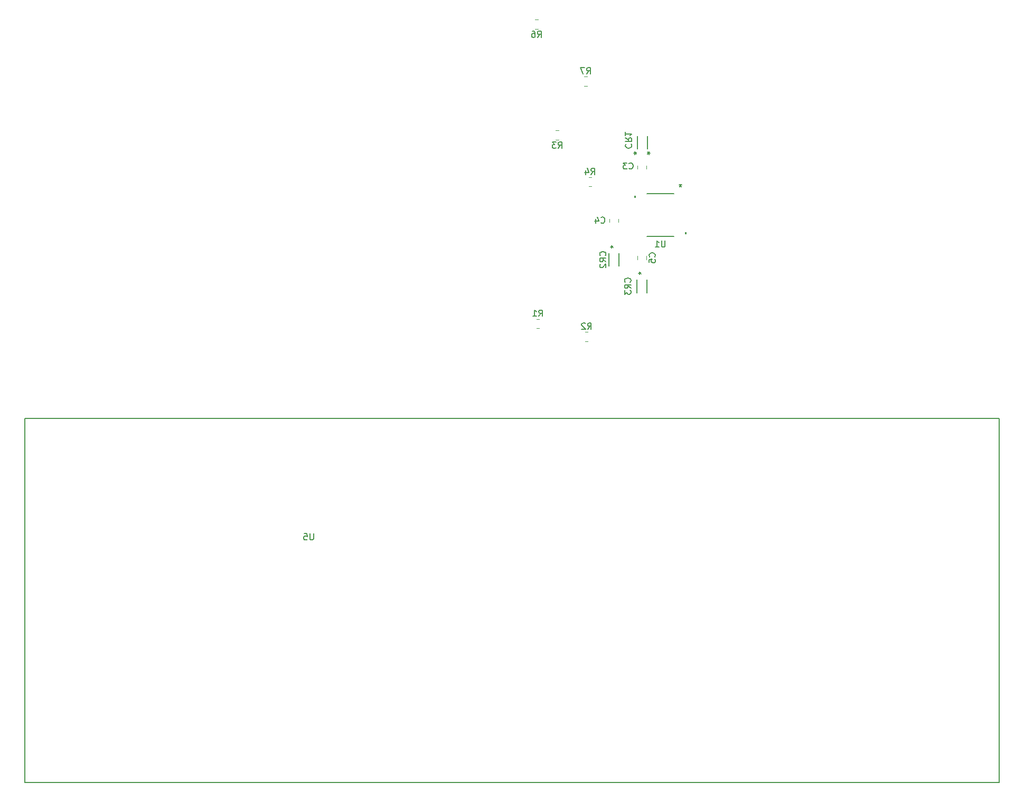
<source format=gbr>
%TF.GenerationSoftware,KiCad,Pcbnew,9.0.0*%
%TF.CreationDate,2025-05-26T21:52:58-04:00*%
%TF.ProjectId,Custom Inverter PCB,43757374-6f6d-4204-996e-766572746572,2*%
%TF.SameCoordinates,Original*%
%TF.FileFunction,Legend,Bot*%
%TF.FilePolarity,Positive*%
%FSLAX46Y46*%
G04 Gerber Fmt 4.6, Leading zero omitted, Abs format (unit mm)*
G04 Created by KiCad (PCBNEW 9.0.0) date 2025-05-26 21:52:58*
%MOMM*%
%LPD*%
G01*
G04 APERTURE LIST*
%ADD10C,0.150000*%
%ADD11C,0.120000*%
%ADD12C,0.152400*%
%ADD13C,0.127000*%
%ADD14C,0.000000*%
G04 APERTURE END LIST*
D10*
X119287166Y-35616819D02*
X119620499Y-35140628D01*
X119858594Y-35616819D02*
X119858594Y-34616819D01*
X119858594Y-34616819D02*
X119477642Y-34616819D01*
X119477642Y-34616819D02*
X119382404Y-34664438D01*
X119382404Y-34664438D02*
X119334785Y-34712057D01*
X119334785Y-34712057D02*
X119287166Y-34807295D01*
X119287166Y-34807295D02*
X119287166Y-34950152D01*
X119287166Y-34950152D02*
X119334785Y-35045390D01*
X119334785Y-35045390D02*
X119382404Y-35093009D01*
X119382404Y-35093009D02*
X119477642Y-35140628D01*
X119477642Y-35140628D02*
X119858594Y-35140628D01*
X118430023Y-34616819D02*
X118620499Y-34616819D01*
X118620499Y-34616819D02*
X118715737Y-34664438D01*
X118715737Y-34664438D02*
X118763356Y-34712057D01*
X118763356Y-34712057D02*
X118858594Y-34854914D01*
X118858594Y-34854914D02*
X118906213Y-35045390D01*
X118906213Y-35045390D02*
X118906213Y-35426342D01*
X118906213Y-35426342D02*
X118858594Y-35521580D01*
X118858594Y-35521580D02*
X118810975Y-35569200D01*
X118810975Y-35569200D02*
X118715737Y-35616819D01*
X118715737Y-35616819D02*
X118525261Y-35616819D01*
X118525261Y-35616819D02*
X118430023Y-35569200D01*
X118430023Y-35569200D02*
X118382404Y-35521580D01*
X118382404Y-35521580D02*
X118334785Y-35426342D01*
X118334785Y-35426342D02*
X118334785Y-35188247D01*
X118334785Y-35188247D02*
X118382404Y-35093009D01*
X118382404Y-35093009D02*
X118430023Y-35045390D01*
X118430023Y-35045390D02*
X118525261Y-34997771D01*
X118525261Y-34997771D02*
X118715737Y-34997771D01*
X118715737Y-34997771D02*
X118810975Y-35045390D01*
X118810975Y-35045390D02*
X118858594Y-35093009D01*
X118858594Y-35093009D02*
X118906213Y-35188247D01*
X130159580Y-70641333D02*
X130207200Y-70593714D01*
X130207200Y-70593714D02*
X130254819Y-70450857D01*
X130254819Y-70450857D02*
X130254819Y-70355619D01*
X130254819Y-70355619D02*
X130207200Y-70212762D01*
X130207200Y-70212762D02*
X130111961Y-70117524D01*
X130111961Y-70117524D02*
X130016723Y-70069905D01*
X130016723Y-70069905D02*
X129826247Y-70022286D01*
X129826247Y-70022286D02*
X129683390Y-70022286D01*
X129683390Y-70022286D02*
X129492914Y-70069905D01*
X129492914Y-70069905D02*
X129397676Y-70117524D01*
X129397676Y-70117524D02*
X129302438Y-70212762D01*
X129302438Y-70212762D02*
X129254819Y-70355619D01*
X129254819Y-70355619D02*
X129254819Y-70450857D01*
X129254819Y-70450857D02*
X129302438Y-70593714D01*
X129302438Y-70593714D02*
X129350057Y-70641333D01*
X130254819Y-71641333D02*
X129778628Y-71308000D01*
X130254819Y-71069905D02*
X129254819Y-71069905D01*
X129254819Y-71069905D02*
X129254819Y-71450857D01*
X129254819Y-71450857D02*
X129302438Y-71546095D01*
X129302438Y-71546095D02*
X129350057Y-71593714D01*
X129350057Y-71593714D02*
X129445295Y-71641333D01*
X129445295Y-71641333D02*
X129588152Y-71641333D01*
X129588152Y-71641333D02*
X129683390Y-71593714D01*
X129683390Y-71593714D02*
X129731009Y-71546095D01*
X129731009Y-71546095D02*
X129778628Y-71450857D01*
X129778628Y-71450857D02*
X129778628Y-71069905D01*
X129350057Y-72022286D02*
X129302438Y-72069905D01*
X129302438Y-72069905D02*
X129254819Y-72165143D01*
X129254819Y-72165143D02*
X129254819Y-72403238D01*
X129254819Y-72403238D02*
X129302438Y-72498476D01*
X129302438Y-72498476D02*
X129350057Y-72546095D01*
X129350057Y-72546095D02*
X129445295Y-72593714D01*
X129445295Y-72593714D02*
X129540533Y-72593714D01*
X129540533Y-72593714D02*
X129683390Y-72546095D01*
X129683390Y-72546095D02*
X130254819Y-71974667D01*
X130254819Y-71974667D02*
X130254819Y-72593714D01*
X130984819Y-69217200D02*
X131222914Y-69217200D01*
X131127676Y-68979105D02*
X131222914Y-69217200D01*
X131222914Y-69217200D02*
X131127676Y-69455295D01*
X131413390Y-69074343D02*
X131222914Y-69217200D01*
X131222914Y-69217200D02*
X131413390Y-69360057D01*
X130984819Y-69217200D02*
X131222914Y-69217200D01*
X131127676Y-68979105D02*
X131222914Y-69217200D01*
X131222914Y-69217200D02*
X131127676Y-69455295D01*
X131413390Y-69074343D02*
X131222914Y-69217200D01*
X131222914Y-69217200D02*
X131413390Y-69360057D01*
X138069580Y-70826333D02*
X138117200Y-70778714D01*
X138117200Y-70778714D02*
X138164819Y-70635857D01*
X138164819Y-70635857D02*
X138164819Y-70540619D01*
X138164819Y-70540619D02*
X138117200Y-70397762D01*
X138117200Y-70397762D02*
X138021961Y-70302524D01*
X138021961Y-70302524D02*
X137926723Y-70254905D01*
X137926723Y-70254905D02*
X137736247Y-70207286D01*
X137736247Y-70207286D02*
X137593390Y-70207286D01*
X137593390Y-70207286D02*
X137402914Y-70254905D01*
X137402914Y-70254905D02*
X137307676Y-70302524D01*
X137307676Y-70302524D02*
X137212438Y-70397762D01*
X137212438Y-70397762D02*
X137164819Y-70540619D01*
X137164819Y-70540619D02*
X137164819Y-70635857D01*
X137164819Y-70635857D02*
X137212438Y-70778714D01*
X137212438Y-70778714D02*
X137260057Y-70826333D01*
X137164819Y-71731095D02*
X137164819Y-71254905D01*
X137164819Y-71254905D02*
X137641009Y-71207286D01*
X137641009Y-71207286D02*
X137593390Y-71254905D01*
X137593390Y-71254905D02*
X137545771Y-71350143D01*
X137545771Y-71350143D02*
X137545771Y-71588238D01*
X137545771Y-71588238D02*
X137593390Y-71683476D01*
X137593390Y-71683476D02*
X137641009Y-71731095D01*
X137641009Y-71731095D02*
X137736247Y-71778714D01*
X137736247Y-71778714D02*
X137974342Y-71778714D01*
X137974342Y-71778714D02*
X138069580Y-71731095D01*
X138069580Y-71731095D02*
X138117200Y-71683476D01*
X138117200Y-71683476D02*
X138164819Y-71588238D01*
X138164819Y-71588238D02*
X138164819Y-71350143D01*
X138164819Y-71350143D02*
X138117200Y-71254905D01*
X138117200Y-71254905D02*
X138069580Y-71207286D01*
X133966666Y-56667580D02*
X134014285Y-56715200D01*
X134014285Y-56715200D02*
X134157142Y-56762819D01*
X134157142Y-56762819D02*
X134252380Y-56762819D01*
X134252380Y-56762819D02*
X134395237Y-56715200D01*
X134395237Y-56715200D02*
X134490475Y-56619961D01*
X134490475Y-56619961D02*
X134538094Y-56524723D01*
X134538094Y-56524723D02*
X134585713Y-56334247D01*
X134585713Y-56334247D02*
X134585713Y-56191390D01*
X134585713Y-56191390D02*
X134538094Y-56000914D01*
X134538094Y-56000914D02*
X134490475Y-55905676D01*
X134490475Y-55905676D02*
X134395237Y-55810438D01*
X134395237Y-55810438D02*
X134252380Y-55762819D01*
X134252380Y-55762819D02*
X134157142Y-55762819D01*
X134157142Y-55762819D02*
X134014285Y-55810438D01*
X134014285Y-55810438D02*
X133966666Y-55858057D01*
X133633332Y-55762819D02*
X133014285Y-55762819D01*
X133014285Y-55762819D02*
X133347618Y-56143771D01*
X133347618Y-56143771D02*
X133204761Y-56143771D01*
X133204761Y-56143771D02*
X133109523Y-56191390D01*
X133109523Y-56191390D02*
X133061904Y-56239009D01*
X133061904Y-56239009D02*
X133014285Y-56334247D01*
X133014285Y-56334247D02*
X133014285Y-56572342D01*
X133014285Y-56572342D02*
X133061904Y-56667580D01*
X133061904Y-56667580D02*
X133109523Y-56715200D01*
X133109523Y-56715200D02*
X133204761Y-56762819D01*
X133204761Y-56762819D02*
X133490475Y-56762819D01*
X133490475Y-56762819D02*
X133585713Y-56715200D01*
X133585713Y-56715200D02*
X133633332Y-56667580D01*
X119497766Y-80373419D02*
X119831099Y-79897228D01*
X120069194Y-80373419D02*
X120069194Y-79373419D01*
X120069194Y-79373419D02*
X119688242Y-79373419D01*
X119688242Y-79373419D02*
X119593004Y-79421038D01*
X119593004Y-79421038D02*
X119545385Y-79468657D01*
X119545385Y-79468657D02*
X119497766Y-79563895D01*
X119497766Y-79563895D02*
X119497766Y-79706752D01*
X119497766Y-79706752D02*
X119545385Y-79801990D01*
X119545385Y-79801990D02*
X119593004Y-79849609D01*
X119593004Y-79849609D02*
X119688242Y-79897228D01*
X119688242Y-79897228D02*
X120069194Y-79897228D01*
X118545385Y-80373419D02*
X119116813Y-80373419D01*
X118831099Y-80373419D02*
X118831099Y-79373419D01*
X118831099Y-79373419D02*
X118926337Y-79516276D01*
X118926337Y-79516276D02*
X119021575Y-79611514D01*
X119021575Y-79611514D02*
X119116813Y-79659133D01*
X83365904Y-115258819D02*
X83365904Y-116068342D01*
X83365904Y-116068342D02*
X83318285Y-116163580D01*
X83318285Y-116163580D02*
X83270666Y-116211200D01*
X83270666Y-116211200D02*
X83175428Y-116258819D01*
X83175428Y-116258819D02*
X82984952Y-116258819D01*
X82984952Y-116258819D02*
X82889714Y-116211200D01*
X82889714Y-116211200D02*
X82842095Y-116163580D01*
X82842095Y-116163580D02*
X82794476Y-116068342D01*
X82794476Y-116068342D02*
X82794476Y-115258819D01*
X81842095Y-115258819D02*
X82318285Y-115258819D01*
X82318285Y-115258819D02*
X82365904Y-115735009D01*
X82365904Y-115735009D02*
X82318285Y-115687390D01*
X82318285Y-115687390D02*
X82223047Y-115639771D01*
X82223047Y-115639771D02*
X81984952Y-115639771D01*
X81984952Y-115639771D02*
X81889714Y-115687390D01*
X81889714Y-115687390D02*
X81842095Y-115735009D01*
X81842095Y-115735009D02*
X81794476Y-115830247D01*
X81794476Y-115830247D02*
X81794476Y-116068342D01*
X81794476Y-116068342D02*
X81842095Y-116163580D01*
X81842095Y-116163580D02*
X81889714Y-116211200D01*
X81889714Y-116211200D02*
X81984952Y-116258819D01*
X81984952Y-116258819D02*
X82223047Y-116258819D01*
X82223047Y-116258819D02*
X82318285Y-116211200D01*
X82318285Y-116211200D02*
X82365904Y-116163580D01*
X139744654Y-68262819D02*
X139744654Y-69072342D01*
X139744654Y-69072342D02*
X139697035Y-69167580D01*
X139697035Y-69167580D02*
X139649416Y-69215200D01*
X139649416Y-69215200D02*
X139554178Y-69262819D01*
X139554178Y-69262819D02*
X139363702Y-69262819D01*
X139363702Y-69262819D02*
X139268464Y-69215200D01*
X139268464Y-69215200D02*
X139220845Y-69167580D01*
X139220845Y-69167580D02*
X139173226Y-69072342D01*
X139173226Y-69072342D02*
X139173226Y-68262819D01*
X138173226Y-69262819D02*
X138744654Y-69262819D01*
X138458940Y-69262819D02*
X138458940Y-68262819D01*
X138458940Y-68262819D02*
X138554178Y-68405676D01*
X138554178Y-68405676D02*
X138649416Y-68500914D01*
X138649416Y-68500914D02*
X138744654Y-68548533D01*
X142189499Y-59149289D02*
X142189499Y-59387384D01*
X142427594Y-59292146D02*
X142189499Y-59387384D01*
X142189499Y-59387384D02*
X141951404Y-59292146D01*
X142332356Y-59577860D02*
X142189499Y-59387384D01*
X142189499Y-59387384D02*
X142046642Y-59577860D01*
X142189499Y-59149289D02*
X142189499Y-59387384D01*
X142427594Y-59292146D02*
X142189499Y-59387384D01*
X142189499Y-59387384D02*
X141951404Y-59292146D01*
X142332356Y-59577860D02*
X142189499Y-59387384D01*
X142189499Y-59387384D02*
X142046642Y-59577860D01*
X127322766Y-82460919D02*
X127656099Y-81984728D01*
X127894194Y-82460919D02*
X127894194Y-81460919D01*
X127894194Y-81460919D02*
X127513242Y-81460919D01*
X127513242Y-81460919D02*
X127418004Y-81508538D01*
X127418004Y-81508538D02*
X127370385Y-81556157D01*
X127370385Y-81556157D02*
X127322766Y-81651395D01*
X127322766Y-81651395D02*
X127322766Y-81794252D01*
X127322766Y-81794252D02*
X127370385Y-81889490D01*
X127370385Y-81889490D02*
X127418004Y-81937109D01*
X127418004Y-81937109D02*
X127513242Y-81984728D01*
X127513242Y-81984728D02*
X127894194Y-81984728D01*
X126941813Y-81556157D02*
X126894194Y-81508538D01*
X126894194Y-81508538D02*
X126798956Y-81460919D01*
X126798956Y-81460919D02*
X126560861Y-81460919D01*
X126560861Y-81460919D02*
X126465623Y-81508538D01*
X126465623Y-81508538D02*
X126418004Y-81556157D01*
X126418004Y-81556157D02*
X126370385Y-81651395D01*
X126370385Y-81651395D02*
X126370385Y-81746633D01*
X126370385Y-81746633D02*
X126418004Y-81889490D01*
X126418004Y-81889490D02*
X126989432Y-82460919D01*
X126989432Y-82460919D02*
X126370385Y-82460919D01*
X122594666Y-53412819D02*
X122927999Y-52936628D01*
X123166094Y-53412819D02*
X123166094Y-52412819D01*
X123166094Y-52412819D02*
X122785142Y-52412819D01*
X122785142Y-52412819D02*
X122689904Y-52460438D01*
X122689904Y-52460438D02*
X122642285Y-52508057D01*
X122642285Y-52508057D02*
X122594666Y-52603295D01*
X122594666Y-52603295D02*
X122594666Y-52746152D01*
X122594666Y-52746152D02*
X122642285Y-52841390D01*
X122642285Y-52841390D02*
X122689904Y-52889009D01*
X122689904Y-52889009D02*
X122785142Y-52936628D01*
X122785142Y-52936628D02*
X123166094Y-52936628D01*
X122261332Y-52412819D02*
X121642285Y-52412819D01*
X121642285Y-52412819D02*
X121975618Y-52793771D01*
X121975618Y-52793771D02*
X121832761Y-52793771D01*
X121832761Y-52793771D02*
X121737523Y-52841390D01*
X121737523Y-52841390D02*
X121689904Y-52889009D01*
X121689904Y-52889009D02*
X121642285Y-52984247D01*
X121642285Y-52984247D02*
X121642285Y-53222342D01*
X121642285Y-53222342D02*
X121689904Y-53317580D01*
X121689904Y-53317580D02*
X121737523Y-53365200D01*
X121737523Y-53365200D02*
X121832761Y-53412819D01*
X121832761Y-53412819D02*
X122118475Y-53412819D01*
X122118475Y-53412819D02*
X122213713Y-53365200D01*
X122213713Y-53365200D02*
X122261332Y-53317580D01*
X129466666Y-65352580D02*
X129514285Y-65400200D01*
X129514285Y-65400200D02*
X129657142Y-65447819D01*
X129657142Y-65447819D02*
X129752380Y-65447819D01*
X129752380Y-65447819D02*
X129895237Y-65400200D01*
X129895237Y-65400200D02*
X129990475Y-65304961D01*
X129990475Y-65304961D02*
X130038094Y-65209723D01*
X130038094Y-65209723D02*
X130085713Y-65019247D01*
X130085713Y-65019247D02*
X130085713Y-64876390D01*
X130085713Y-64876390D02*
X130038094Y-64685914D01*
X130038094Y-64685914D02*
X129990475Y-64590676D01*
X129990475Y-64590676D02*
X129895237Y-64495438D01*
X129895237Y-64495438D02*
X129752380Y-64447819D01*
X129752380Y-64447819D02*
X129657142Y-64447819D01*
X129657142Y-64447819D02*
X129514285Y-64495438D01*
X129514285Y-64495438D02*
X129466666Y-64543057D01*
X128609523Y-64781152D02*
X128609523Y-65447819D01*
X128847618Y-64400200D02*
X129085713Y-65114485D01*
X129085713Y-65114485D02*
X128466666Y-65114485D01*
X127879166Y-57612819D02*
X128212499Y-57136628D01*
X128450594Y-57612819D02*
X128450594Y-56612819D01*
X128450594Y-56612819D02*
X128069642Y-56612819D01*
X128069642Y-56612819D02*
X127974404Y-56660438D01*
X127974404Y-56660438D02*
X127926785Y-56708057D01*
X127926785Y-56708057D02*
X127879166Y-56803295D01*
X127879166Y-56803295D02*
X127879166Y-56946152D01*
X127879166Y-56946152D02*
X127926785Y-57041390D01*
X127926785Y-57041390D02*
X127974404Y-57089009D01*
X127974404Y-57089009D02*
X128069642Y-57136628D01*
X128069642Y-57136628D02*
X128450594Y-57136628D01*
X127022023Y-56946152D02*
X127022023Y-57612819D01*
X127260118Y-56565200D02*
X127498213Y-57279485D01*
X127498213Y-57279485D02*
X126879166Y-57279485D01*
X133485419Y-52764666D02*
X133437800Y-52812285D01*
X133437800Y-52812285D02*
X133390180Y-52955142D01*
X133390180Y-52955142D02*
X133390180Y-53050380D01*
X133390180Y-53050380D02*
X133437800Y-53193237D01*
X133437800Y-53193237D02*
X133533038Y-53288475D01*
X133533038Y-53288475D02*
X133628276Y-53336094D01*
X133628276Y-53336094D02*
X133818752Y-53383713D01*
X133818752Y-53383713D02*
X133961609Y-53383713D01*
X133961609Y-53383713D02*
X134152085Y-53336094D01*
X134152085Y-53336094D02*
X134247323Y-53288475D01*
X134247323Y-53288475D02*
X134342561Y-53193237D01*
X134342561Y-53193237D02*
X134390180Y-53050380D01*
X134390180Y-53050380D02*
X134390180Y-52955142D01*
X134390180Y-52955142D02*
X134342561Y-52812285D01*
X134342561Y-52812285D02*
X134294942Y-52764666D01*
X133390180Y-51764666D02*
X133866371Y-52097999D01*
X133390180Y-52336094D02*
X134390180Y-52336094D01*
X134390180Y-52336094D02*
X134390180Y-51955142D01*
X134390180Y-51955142D02*
X134342561Y-51859904D01*
X134342561Y-51859904D02*
X134294942Y-51812285D01*
X134294942Y-51812285D02*
X134199704Y-51764666D01*
X134199704Y-51764666D02*
X134056847Y-51764666D01*
X134056847Y-51764666D02*
X133961609Y-51812285D01*
X133961609Y-51812285D02*
X133913990Y-51859904D01*
X133913990Y-51859904D02*
X133866371Y-51955142D01*
X133866371Y-51955142D02*
X133866371Y-52336094D01*
X133390180Y-50812285D02*
X133390180Y-51383713D01*
X133390180Y-51097999D02*
X134390180Y-51097999D01*
X134390180Y-51097999D02*
X134247323Y-51193237D01*
X134247323Y-51193237D02*
X134152085Y-51288475D01*
X134152085Y-51288475D02*
X134104466Y-51383713D01*
X137345180Y-54189099D02*
X137107085Y-54189099D01*
X137202323Y-54427194D02*
X137107085Y-54189099D01*
X137107085Y-54189099D02*
X137202323Y-53951004D01*
X136916609Y-54331956D02*
X137107085Y-54189099D01*
X137107085Y-54189099D02*
X136916609Y-54046242D01*
X134729719Y-54200000D02*
X134967814Y-54200000D01*
X134872576Y-53961905D02*
X134967814Y-54200000D01*
X134967814Y-54200000D02*
X134872576Y-54438095D01*
X135158290Y-54057143D02*
X134967814Y-54200000D01*
X134967814Y-54200000D02*
X135158290Y-54342857D01*
X134159580Y-74885433D02*
X134207200Y-74837814D01*
X134207200Y-74837814D02*
X134254819Y-74694957D01*
X134254819Y-74694957D02*
X134254819Y-74599719D01*
X134254819Y-74599719D02*
X134207200Y-74456862D01*
X134207200Y-74456862D02*
X134111961Y-74361624D01*
X134111961Y-74361624D02*
X134016723Y-74314005D01*
X134016723Y-74314005D02*
X133826247Y-74266386D01*
X133826247Y-74266386D02*
X133683390Y-74266386D01*
X133683390Y-74266386D02*
X133492914Y-74314005D01*
X133492914Y-74314005D02*
X133397676Y-74361624D01*
X133397676Y-74361624D02*
X133302438Y-74456862D01*
X133302438Y-74456862D02*
X133254819Y-74599719D01*
X133254819Y-74599719D02*
X133254819Y-74694957D01*
X133254819Y-74694957D02*
X133302438Y-74837814D01*
X133302438Y-74837814D02*
X133350057Y-74885433D01*
X134254819Y-75885433D02*
X133778628Y-75552100D01*
X134254819Y-75314005D02*
X133254819Y-75314005D01*
X133254819Y-75314005D02*
X133254819Y-75694957D01*
X133254819Y-75694957D02*
X133302438Y-75790195D01*
X133302438Y-75790195D02*
X133350057Y-75837814D01*
X133350057Y-75837814D02*
X133445295Y-75885433D01*
X133445295Y-75885433D02*
X133588152Y-75885433D01*
X133588152Y-75885433D02*
X133683390Y-75837814D01*
X133683390Y-75837814D02*
X133731009Y-75790195D01*
X133731009Y-75790195D02*
X133778628Y-75694957D01*
X133778628Y-75694957D02*
X133778628Y-75314005D01*
X133254819Y-76218767D02*
X133254819Y-76837814D01*
X133254819Y-76837814D02*
X133635771Y-76504481D01*
X133635771Y-76504481D02*
X133635771Y-76647338D01*
X133635771Y-76647338D02*
X133683390Y-76742576D01*
X133683390Y-76742576D02*
X133731009Y-76790195D01*
X133731009Y-76790195D02*
X133826247Y-76837814D01*
X133826247Y-76837814D02*
X134064342Y-76837814D01*
X134064342Y-76837814D02*
X134159580Y-76790195D01*
X134159580Y-76790195D02*
X134207200Y-76742576D01*
X134207200Y-76742576D02*
X134254819Y-76647338D01*
X134254819Y-76647338D02*
X134254819Y-76361624D01*
X134254819Y-76361624D02*
X134207200Y-76266386D01*
X134207200Y-76266386D02*
X134159580Y-76218767D01*
X135484819Y-73456600D02*
X135722914Y-73456600D01*
X135627676Y-73218505D02*
X135722914Y-73456600D01*
X135722914Y-73456600D02*
X135627676Y-73694695D01*
X135913390Y-73313743D02*
X135722914Y-73456600D01*
X135722914Y-73456600D02*
X135913390Y-73599457D01*
X135484819Y-73456600D02*
X135722914Y-73456600D01*
X135627676Y-73218505D02*
X135722914Y-73456600D01*
X135722914Y-73456600D02*
X135627676Y-73694695D01*
X135913390Y-73313743D02*
X135722914Y-73456600D01*
X135722914Y-73456600D02*
X135913390Y-73599457D01*
X127166666Y-41476819D02*
X127499999Y-41000628D01*
X127738094Y-41476819D02*
X127738094Y-40476819D01*
X127738094Y-40476819D02*
X127357142Y-40476819D01*
X127357142Y-40476819D02*
X127261904Y-40524438D01*
X127261904Y-40524438D02*
X127214285Y-40572057D01*
X127214285Y-40572057D02*
X127166666Y-40667295D01*
X127166666Y-40667295D02*
X127166666Y-40810152D01*
X127166666Y-40810152D02*
X127214285Y-40905390D01*
X127214285Y-40905390D02*
X127261904Y-40953009D01*
X127261904Y-40953009D02*
X127357142Y-41000628D01*
X127357142Y-41000628D02*
X127738094Y-41000628D01*
X126833332Y-40476819D02*
X126166666Y-40476819D01*
X126166666Y-40476819D02*
X126595237Y-41476819D01*
D11*
%TO.C,R6*%
X118893436Y-32777000D02*
X119347564Y-32777000D01*
X118893436Y-34247000D02*
X119347564Y-34247000D01*
D12*
%TO.C,CR2*%
X130729900Y-72341400D02*
X130729900Y-70284000D01*
X132330100Y-70284000D02*
X132330100Y-72341400D01*
D11*
%TO.C,C5*%
X135295000Y-71254252D02*
X135295000Y-70731748D01*
X136765000Y-71254252D02*
X136765000Y-70731748D01*
%TO.C,C3*%
X135295000Y-56231748D02*
X135295000Y-56754252D01*
X136765000Y-56231748D02*
X136765000Y-56754252D01*
%TO.C,R1*%
X119558164Y-80833600D02*
X119104036Y-80833600D01*
X119558164Y-82303600D02*
X119104036Y-82303600D01*
D13*
%TO.C,U5*%
X37084000Y-96774000D02*
X193294000Y-96774000D01*
X37084000Y-155194000D02*
X37084000Y-96774000D01*
X193294000Y-96774000D02*
X193294000Y-155194000D01*
X193294000Y-155194000D02*
X37084000Y-155194000D01*
D12*
%TO.C,U1*%
X136800183Y-60689007D02*
X141165317Y-60689007D01*
X141165317Y-67547007D02*
X136800183Y-67547007D01*
D14*
G36*
X135071150Y-61383570D02*
G01*
X134817150Y-61383570D01*
X134817150Y-61002570D01*
X135071150Y-61002570D01*
X135071150Y-61383570D01*
G37*
G36*
X143148350Y-67233444D02*
G01*
X142894350Y-67233444D01*
X142894350Y-66852444D01*
X143148350Y-66852444D01*
X143148350Y-67233444D01*
G37*
D11*
%TO.C,R2*%
X127383164Y-82921100D02*
X126929036Y-82921100D01*
X127383164Y-84391100D02*
X126929036Y-84391100D01*
%TO.C,R3*%
X122200936Y-50573000D02*
X122655064Y-50573000D01*
X122200936Y-52043000D02*
X122655064Y-52043000D01*
%TO.C,C4*%
X130795000Y-65254252D02*
X130795000Y-64731748D01*
X132265000Y-65254252D02*
X132265000Y-64731748D01*
%TO.C,R4*%
X127939564Y-58073000D02*
X127485436Y-58073000D01*
X127939564Y-59543000D02*
X127485436Y-59543000D01*
D12*
%TO.C,CR1*%
X135274900Y-53492000D02*
X135274900Y-51434600D01*
X136875100Y-51434600D02*
X136875100Y-53492000D01*
%TO.C,CR3*%
X135229900Y-76580800D02*
X135229900Y-74523400D01*
X136830100Y-74523400D02*
X136830100Y-76580800D01*
D11*
%TO.C,R7*%
X127227064Y-41937000D02*
X126772936Y-41937000D01*
X127227064Y-43407000D02*
X126772936Y-43407000D01*
%TD*%
M02*

</source>
